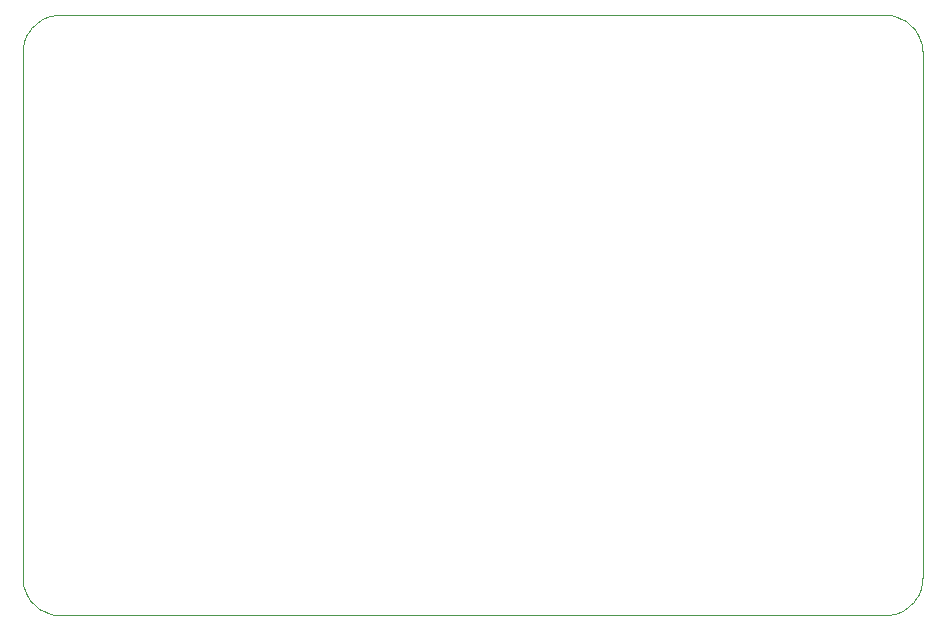
<source format=gbr>
%FSTAX23Y23*%
%MOIN*%
%SFA1B1*%

%IPPOS*%
%ADD82C,0.001000*%
%LNtemperature_monitor_&_display_profile-1*%
%LPD*%
G54D82*
X00125Y0D02*
X02875D01*
D01*
X02883Y0*
X02892Y00001*
X029Y00002*
X02909Y00004*
X02917Y00007*
X02925Y0001*
X02933Y00014*
X02941Y00018*
X02948Y00023*
X02955Y00029*
X02961Y00035*
X02967Y00041*
X02973Y00048*
X02978Y00055*
X02983Y00062*
X02987Y0007*
X0299Y00078*
X02993Y00086*
X02996Y00094*
X02998Y00103*
X02999Y00111*
X02999Y0012*
X03Y00125*
Y01875*
D01*
X02999Y01883*
X02998Y01892*
X02997Y019*
X02995Y01909*
X02992Y01917*
X02989Y01925*
X02985Y01933*
X02981Y01941*
X02976Y01948*
X0297Y01955*
X02964Y01961*
X02958Y01967*
X02951Y01973*
X02944Y01978*
X02937Y01983*
X02929Y01987*
X02921Y0199*
X02913Y01993*
X02905Y01996*
X02896Y01998*
X02888Y01999*
X02879Y01999*
X02875Y02*
X00125*
D01*
X00116Y01999*
X00107Y01998*
X00099Y01997*
X0009Y01995*
X00082Y01992*
X00074Y01989*
X00066Y01985*
X00058Y01981*
X00051Y01976*
X00044Y0197*
X00038Y01964*
X00032Y01958*
X00026Y01951*
X00021Y01944*
X00016Y01937*
X00012Y01929*
X00009Y01921*
X00006Y01913*
X00003Y01905*
X00001Y01896*
X0Y01888*
X0Y01879*
X0Y01875*
Y00125*
D01*
X0Y00116*
X00001Y00107*
X00002Y00099*
X00004Y0009*
X00007Y00082*
X0001Y00074*
X00014Y00066*
X00018Y00058*
X00023Y00051*
X00029Y00044*
X00035Y00038*
X00041Y00032*
X00048Y00026*
X00055Y00021*
X00062Y00016*
X0007Y00012*
X00078Y00009*
X00086Y00006*
X00094Y00003*
X00103Y00001*
X00111Y0*
X0012Y0*
X00125Y0*
M02*
</source>
